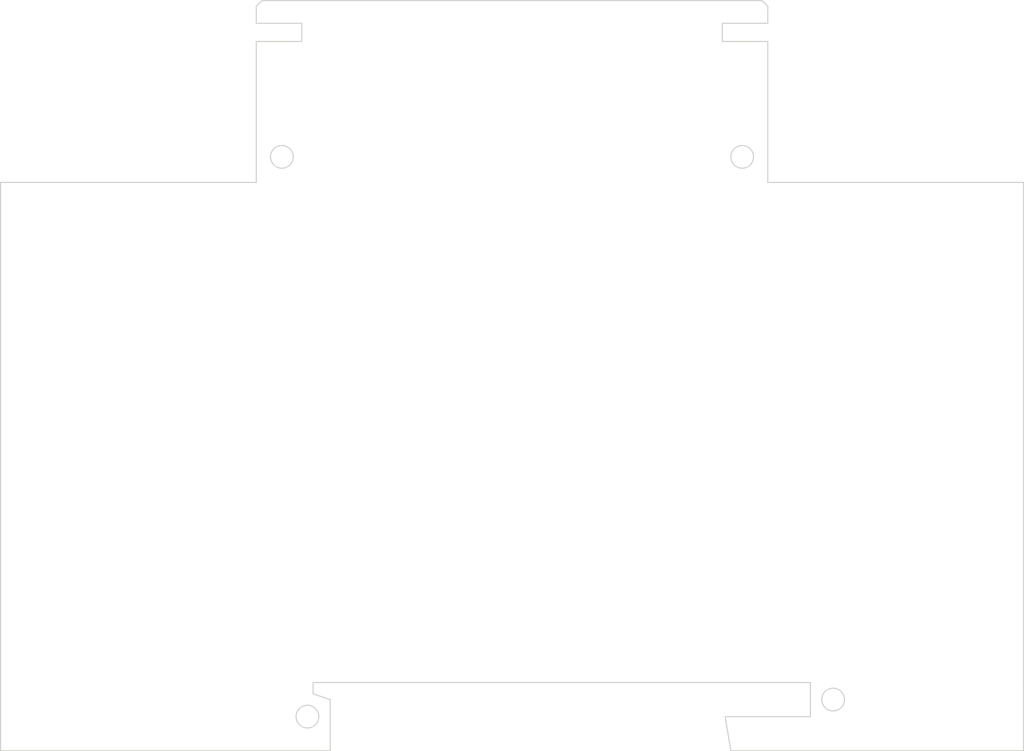
<source format=kicad_pcb>
(kicad_pcb (version 20211014) (generator pcbnew)

  (general
    (thickness 1.6)
  )

  (paper "A4")
  (layers
    (0 "F.Cu" signal)
    (31 "B.Cu" signal)
    (32 "B.Adhes" user "B.Adhesive")
    (33 "F.Adhes" user "F.Adhesive")
    (34 "B.Paste" user)
    (35 "F.Paste" user)
    (36 "B.SilkS" user "B.Silkscreen")
    (37 "F.SilkS" user "F.Silkscreen")
    (38 "B.Mask" user)
    (39 "F.Mask" user)
    (40 "Dwgs.User" user "User.Drawings")
    (41 "Cmts.User" user "User.Comments")
    (42 "Eco1.User" user "User.Eco1")
    (43 "Eco2.User" user "User.Eco2")
    (44 "Edge.Cuts" user)
    (45 "Margin" user)
    (46 "B.CrtYd" user "B.Courtyard")
    (47 "F.CrtYd" user "F.Courtyard")
    (48 "B.Fab" user)
    (49 "F.Fab" user)
    (50 "User.1" user)
    (51 "User.2" user)
    (52 "User.3" user)
    (53 "User.4" user)
    (54 "User.5" user)
    (55 "User.6" user)
    (56 "User.7" user)
    (57 "User.8" user)
    (58 "User.9" user)
  )

  (setup
    (pad_to_mask_clearance 0)
    (pcbplotparams
      (layerselection 0x00010fc_ffffffff)
      (disableapertmacros false)
      (usegerberextensions false)
      (usegerberattributes true)
      (usegerberadvancedattributes true)
      (creategerberjobfile true)
      (svguseinch false)
      (svgprecision 6)
      (excludeedgelayer true)
      (plotframeref false)
      (viasonmask false)
      (mode 1)
      (useauxorigin false)
      (hpglpennumber 1)
      (hpglpenspeed 20)
      (hpglpendiameter 15.000000)
      (dxfpolygonmode true)
      (dxfimperialunits true)
      (dxfusepcbnewfont true)
      (psnegative false)
      (psa4output false)
      (plotreference true)
      (plotvalue true)
      (plotinvisibletext false)
      (sketchpadsonfab false)
      (subtractmaskfromsilk false)
      (outputformat 1)
      (mirror false)
      (drillshape 1)
      (scaleselection 1)
      (outputdirectory "")
    )
  )

  (net 0 "")

  (gr_line (start 132.5 149) (end 167.5 149) (layer "Dwgs.User") (width 0.15) (tstamp 1f56795d-29f8-42b7-be1e-37d9e4c9cf7b))
  (gr_line (start 168.75 153) (end 176.25 153) (layer "Edge.Cuts") (width 0.1) (tstamp 040f88ce-dc38-4891-b479-2af8de8cfe2f))
  (gr_line (start 195 156) (end 169.25 156) (layer "Edge.Cuts") (width 0.1) (tstamp 075bf9a3-f37c-4136-b3cc-94a528ffd27f))
  (gr_line (start 172.5 93.6) (end 172.5 106) (layer "Edge.Cuts") (width 0.1) (tstamp 147280ac-192e-4d14-9feb-8fc04a2871be))
  (gr_line (start 105 156) (end 105 150) (layer "Edge.Cuts") (width 0.1) (tstamp 198736ae-3162-413b-87da-0972853fbbdf))
  (gr_line (start 168.5 93.6) (end 168.5 92) (layer "Edge.Cuts") (width 0.1) (tstamp 222310dd-5da0-42c0-a29e-c3bbc443e9a9))
  (gr_line (start 195 106) (end 195 150) (layer "Edge.Cuts") (width 0.1) (tstamp 2d6f8c53-c2ae-4f2d-88e8-351c4cb83401))
  (gr_circle (center 132 153) (end 132 152) (layer "Edge.Cuts") (width 0.1) (fill none) (tstamp 34ccf550-4b91-45e5-b891-13cee4525d39))
  (gr_line (start 127.5 106) (end 127.5 93.6) (layer "Edge.Cuts") (width 0.1) (tstamp 41df325f-3d9e-4cfa-b389-a078dec28319))
  (gr_circle (center 170.25 103.75) (end 170.25 102.75) (layer "Edge.Cuts") (width 0.1) (fill none) (tstamp 509c0ac6-2ff9-4388-a6f0-b87b49f20be4))
  (gr_line (start 168.5 92) (end 172.5 92) (layer "Edge.Cuts") (width 0.1) (tstamp 52a32365-e1e1-493d-96d3-eebcb5cefa0d))
  (gr_line (start 127.5 92) (end 131.5 92) (layer "Edge.Cuts") (width 0.1) (tstamp 73ce0619-f295-424b-bc28-e8ac89374d2f))
  (gr_line (start 176.25 153) (end 176.25 150) (layer "Edge.Cuts") (width 0.1) (tstamp 7cf0323a-0864-441c-b558-118869611788))
  (gr_line (start 105 106) (end 127.5 106) (layer "Edge.Cuts") (width 0.1) (tstamp 9fdbf270-09a8-4aae-819a-16497aefd6c3))
  (gr_line (start 172.5 92) (end 172.5 90.5) (layer "Edge.Cuts") (width 0.1) (tstamp a07002c1-d344-4edf-8e21-5c67fa768cfe))
  (gr_circle (center 178.25 151.5) (end 178.25 150.5) (layer "Edge.Cuts") (width 0.1) (fill none) (tstamp a3908adb-98cf-4503-b749-7950cd440d2d))
  (gr_line (start 195 150) (end 195 156) (layer "Edge.Cuts") (width 0.1) (tstamp a98e7850-1ab5-43dd-a65d-463ad23ede16))
  (gr_line (start 128 90) (end 172 90) (layer "Edge.Cuts") (width 0.1) (tstamp b7d6469d-dbda-4e03-8d15-df4eeaf782f4))
  (gr_line (start 169.25 156) (end 168.75 153) (layer "Edge.Cuts") (width 0.1) (tstamp c262f517-002c-4048-9f64-bf4db62625b4))
  (gr_line (start 172 90) (end 172.5 90.5) (layer "Edge.Cuts") (width 0.1) (tstamp d2bb3ed9-17db-4317-92fc-b5507fb36086))
  (gr_line (start 150 150) (end 132.5 150) (layer "Edge.Cuts") (width 0.1) (tstamp d33953f7-bc7b-4103-947a-59e9278f5423))
  (gr_line (start 134 151.5) (end 134 156) (layer "Edge.Cuts") (width 0.1) (tstamp d3eebfbd-492f-46ad-b64d-6f0736e89695))
  (gr_line (start 128 90) (end 127.5 90.5) (layer "Edge.Cuts") (width 0.1) (tstamp d5accbd5-fa95-4e96-8d63-1aecccc6f0e5))
  (gr_line (start 127.5 92) (end 127.5 90.5) (layer "Edge.Cuts") (width 0.1) (tstamp d67065fd-e341-4136-98e6-f6c501964b2f))
  (gr_line (start 172.5 106) (end 195 106) (layer "Edge.Cuts") (width 0.1) (tstamp dbe63033-814d-4a89-be3d-42342255251d))
  (gr_line (start 176.25 150) (end 150 150) (layer "Edge.Cuts") (width 0.1) (tstamp dfbf643c-0504-419a-bc04-52b87fe22035))
  (gr_line (start 105 150) (end 105 106) (layer "Edge.Cuts") (width 0.1) (tstamp e37429d8-896a-4b5b-8069-2c75b1cc5a02))
  (gr_line (start 132.5 150) (end 132.5 151) (layer "Edge.Cuts") (width 0.1) (tstamp e6149616-d021-45ec-8627-47d72fb2cae2))
  (gr_line (start 134 156) (end 105 156) (layer "Edge.Cuts") (width 0.1) (tstamp e84fcdcc-f24f-4dc3-a209-0f7f9d0cd0a4))
  (gr_line (start 172.5 93.6) (end 168.5 93.6) (layer "Edge.Cuts") (width 0.1) (tstamp f01aa3d6-0b17-4d57-8f9c-7c563c05a5db))
  (gr_line (start 132.5 151) (end 134 151.5) (layer "Edge.Cuts") (width 0.1) (tstamp f541d4d1-de81-4564-9505-bad30f9c131d))
  (gr_line (start 131.5 92) (end 131.5 93.6) (layer "Edge.Cuts") (width 0.1) (tstamp f9862670-16c7-4d4b-b8ef-21061d26e5c3))
  (gr_circle (center 129.75 103.75) (end 129.75 102.75) (layer "Edge.Cuts") (width 0.1) (fill none) (tstamp fa472839-aa8e-4bf4-9f56-75626f60440d))
  (gr_line (start 131.5 93.6) (end 127.5 93.6) (layer "Edge.Cuts") (width 0.1) (tstamp ff0c3743-9c76-435b-9329-cf38d3249a14))

)

</source>
